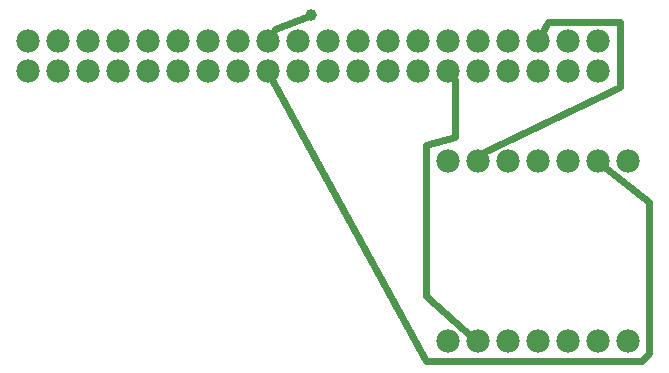
<source format=gtl>
G04 MADE WITH FRITZING*
G04 WWW.FRITZING.ORG*
G04 DOUBLE SIDED*
G04 HOLES PLATED*
G04 CONTOUR ON CENTER OF CONTOUR VECTOR*
%ASAXBY*%
%FSLAX23Y23*%
%MOIN*%
%OFA0B0*%
%SFA1.0B1.0*%
%ADD10C,0.078000*%
%ADD11C,0.039370*%
%ADD12C,0.024000*%
%LNCOPPER1*%
G90*
G70*
G54D10*
X2072Y1151D03*
X1972Y1151D03*
X1872Y1151D03*
X1772Y1151D03*
X1672Y1151D03*
X1572Y1151D03*
X1472Y1151D03*
X1372Y1151D03*
X1272Y1151D03*
X1172Y1151D03*
X1072Y1151D03*
X972Y1151D03*
X872Y1151D03*
X772Y1151D03*
X672Y1151D03*
X572Y1151D03*
X472Y1151D03*
X372Y1151D03*
X272Y1151D03*
X172Y1151D03*
X2072Y1151D03*
X1972Y1151D03*
X1872Y1151D03*
X1772Y1151D03*
X1672Y1151D03*
X1572Y1151D03*
X1472Y1151D03*
X1372Y1151D03*
X1272Y1151D03*
X1172Y1151D03*
X1072Y1151D03*
X972Y1151D03*
X872Y1151D03*
X772Y1151D03*
X672Y1151D03*
X572Y1151D03*
X472Y1151D03*
X372Y1151D03*
X272Y1151D03*
X172Y1151D03*
X172Y1051D03*
X272Y1051D03*
X372Y1051D03*
X472Y1051D03*
X572Y1051D03*
X672Y1051D03*
X772Y1051D03*
X872Y1051D03*
X972Y1051D03*
X1072Y1051D03*
X1172Y1051D03*
X1272Y1051D03*
X1372Y1051D03*
X1472Y1051D03*
X1572Y1051D03*
X1672Y1051D03*
X1772Y1051D03*
X1872Y1051D03*
X1972Y1051D03*
X2072Y1051D03*
X2172Y751D03*
X2072Y751D03*
X1972Y751D03*
X1872Y751D03*
X1772Y751D03*
X1672Y751D03*
X1572Y751D03*
X2172Y151D03*
X2072Y151D03*
X1972Y151D03*
X1872Y151D03*
X1772Y151D03*
X1672Y151D03*
X1572Y151D03*
G54D11*
X1116Y1239D03*
G54D12*
X1658Y163D02*
X1500Y303D01*
X1500Y303D02*
X1500Y807D01*
X1500Y807D02*
X1596Y831D01*
X1596Y831D02*
X1596Y1023D01*
X1596Y1023D02*
X1585Y1036D01*
D02*
X1682Y767D02*
X1692Y783D01*
X1692Y783D02*
X2148Y999D01*
X2148Y999D02*
X2148Y1215D01*
X2148Y1215D02*
X1908Y1215D01*
X1908Y1215D02*
X1881Y1167D01*
D02*
X2087Y739D02*
X2244Y615D01*
X2244Y615D02*
X2244Y111D01*
X2244Y111D02*
X2220Y87D01*
X2220Y87D02*
X1500Y87D01*
X1500Y87D02*
X981Y1034D01*
D02*
X1109Y1236D02*
X996Y1191D01*
X996Y1191D02*
X982Y1167D01*
G04 End of Copper1*
M02*
</source>
